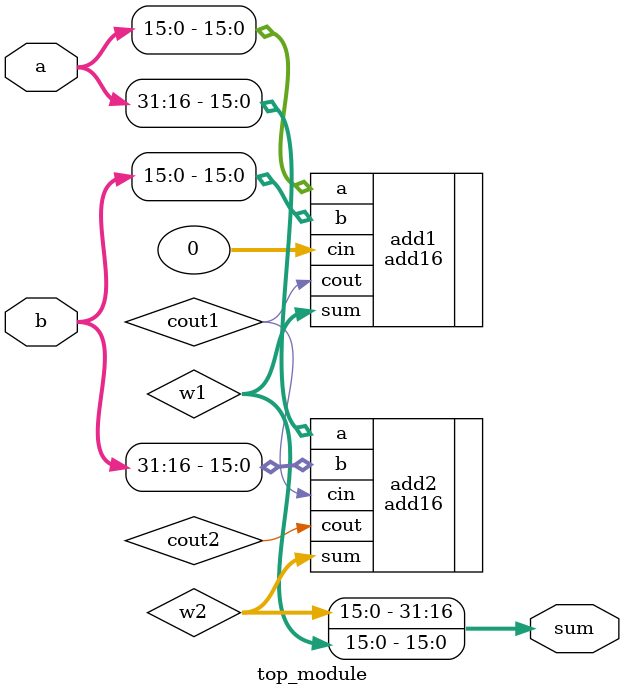
<source format=v>
module top_module(
    input [31:0] a,
    input [31:0] b,
    output [31:0] sum
);
    wire [15:0]w1, w2;
    wire cout1;
    wire cout2;

    add16 add1(.a(a[15:0]), .b(b[15:0]), .cin(0), .cout(cout1), .sum(w1));
    add16 add2(.a(a[31:16]), .b(b[31:16]), .cin(cout1) ,.cout(cout2), .sum(w2));

    assign sum = {w2, w1};

endmodule

</source>
